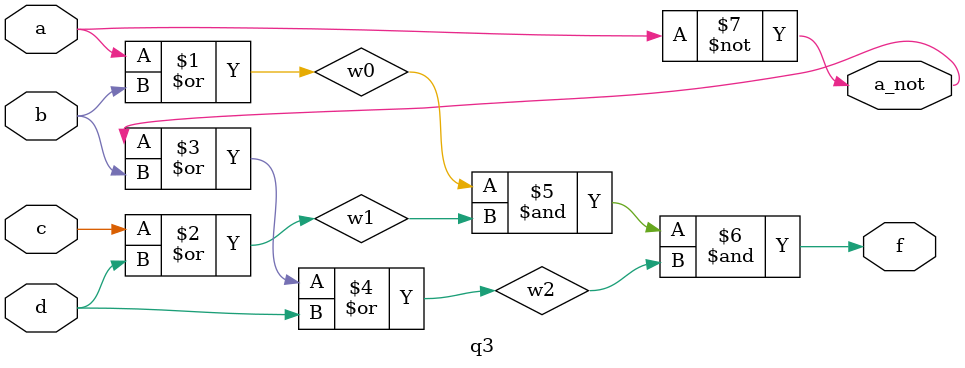
<source format=v>
module q3 (input a, b, c, d,
    output a_not, f);

    wire w0, w1, w2;

    not (a_not, a);

    or (w0, a, b), (w1, c, d), (w2, a_not, b, d);

    and (f, w0, w1, w2);
endmodule
</source>
